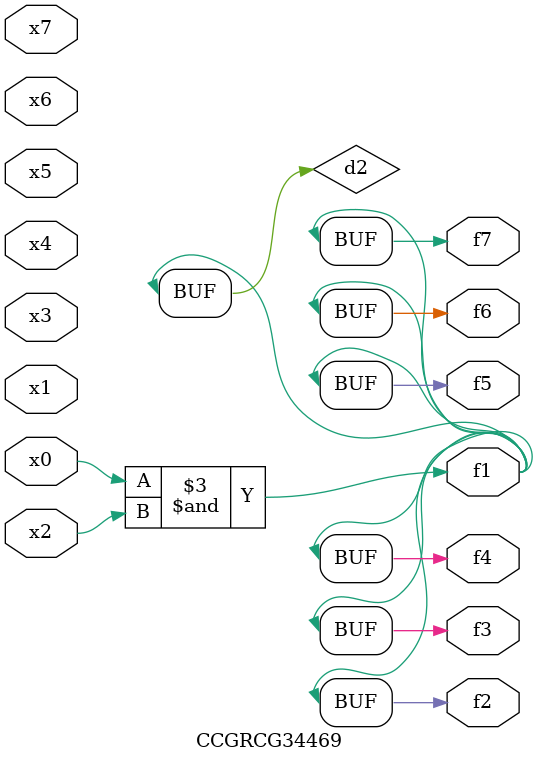
<source format=v>
module CCGRCG34469(
	input x0, x1, x2, x3, x4, x5, x6, x7,
	output f1, f2, f3, f4, f5, f6, f7
);

	wire d1, d2;

	nor (d1, x3, x6);
	and (d2, x0, x2);
	assign f1 = d2;
	assign f2 = d2;
	assign f3 = d2;
	assign f4 = d2;
	assign f5 = d2;
	assign f6 = d2;
	assign f7 = d2;
endmodule

</source>
